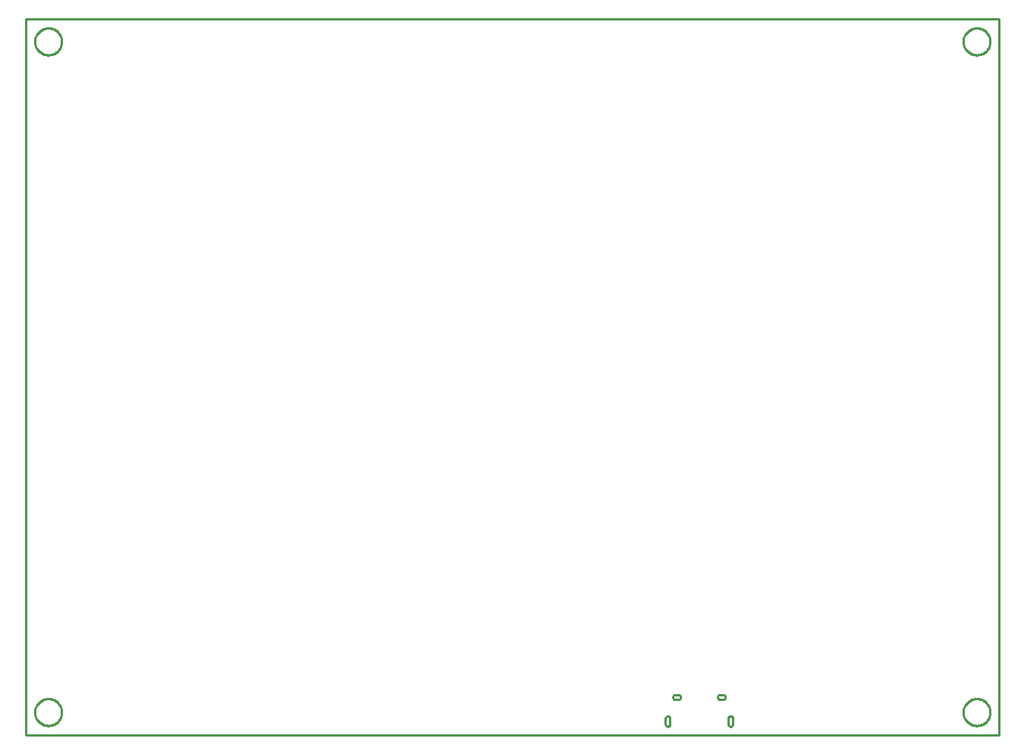
<source format=gbr>
G04 EAGLE Gerber RS-274X export*
G75*
%MOMM*%
%FSLAX34Y34*%
%LPD*%
%IN*%
%IPPOS*%
%AMOC8*
5,1,8,0,0,1.08239X$1,22.5*%
G01*
%ADD10C,0.254000*%


D10*
X0Y0D02*
X1086360Y0D01*
X1086360Y800000D01*
X0Y800000D01*
X0Y0D01*
X784340Y11990D02*
X784350Y11772D01*
X784378Y11556D01*
X784425Y11343D01*
X784491Y11135D01*
X784574Y10933D01*
X784675Y10740D01*
X784792Y10556D01*
X784925Y10383D01*
X785072Y10222D01*
X785233Y10075D01*
X785406Y9942D01*
X785590Y9825D01*
X785783Y9724D01*
X785985Y9641D01*
X786193Y9575D01*
X786406Y9528D01*
X786622Y9500D01*
X786840Y9490D01*
X787058Y9500D01*
X787274Y9528D01*
X787487Y9575D01*
X787695Y9641D01*
X787897Y9724D01*
X788090Y9825D01*
X788274Y9942D01*
X788447Y10075D01*
X788608Y10222D01*
X788755Y10383D01*
X788888Y10556D01*
X789005Y10740D01*
X789106Y10933D01*
X789189Y11135D01*
X789255Y11343D01*
X789302Y11556D01*
X789331Y11772D01*
X789340Y11990D01*
X789340Y18490D01*
X789331Y18708D01*
X789302Y18924D01*
X789255Y19137D01*
X789189Y19345D01*
X789106Y19547D01*
X789005Y19740D01*
X788888Y19924D01*
X788755Y20097D01*
X788608Y20258D01*
X788447Y20405D01*
X788274Y20538D01*
X788090Y20655D01*
X787897Y20756D01*
X787695Y20839D01*
X787487Y20905D01*
X787274Y20952D01*
X787058Y20981D01*
X786840Y20990D01*
X786622Y20981D01*
X786406Y20952D01*
X786193Y20905D01*
X785985Y20839D01*
X785783Y20756D01*
X785590Y20655D01*
X785406Y20538D01*
X785233Y20405D01*
X785072Y20258D01*
X784925Y20097D01*
X784792Y19924D01*
X784675Y19740D01*
X784574Y19547D01*
X784491Y19345D01*
X784425Y19137D01*
X784378Y18924D01*
X784350Y18708D01*
X784340Y18490D01*
X784340Y11990D01*
X714340Y11990D02*
X714350Y11772D01*
X714378Y11556D01*
X714425Y11343D01*
X714491Y11135D01*
X714574Y10933D01*
X714675Y10740D01*
X714792Y10556D01*
X714925Y10383D01*
X715072Y10222D01*
X715233Y10075D01*
X715406Y9942D01*
X715590Y9825D01*
X715783Y9724D01*
X715985Y9641D01*
X716193Y9575D01*
X716406Y9528D01*
X716622Y9500D01*
X716840Y9490D01*
X717058Y9500D01*
X717274Y9528D01*
X717487Y9575D01*
X717695Y9641D01*
X717897Y9724D01*
X718090Y9825D01*
X718274Y9942D01*
X718447Y10075D01*
X718608Y10222D01*
X718755Y10383D01*
X718888Y10556D01*
X719005Y10740D01*
X719106Y10933D01*
X719189Y11135D01*
X719255Y11343D01*
X719302Y11556D01*
X719331Y11772D01*
X719340Y11990D01*
X719340Y18490D01*
X719331Y18708D01*
X719302Y18924D01*
X719255Y19137D01*
X719189Y19345D01*
X719106Y19547D01*
X719005Y19740D01*
X718888Y19924D01*
X718755Y20097D01*
X718608Y20258D01*
X718447Y20405D01*
X718274Y20538D01*
X718090Y20655D01*
X717897Y20756D01*
X717695Y20839D01*
X717487Y20905D01*
X717274Y20952D01*
X717058Y20981D01*
X716840Y20990D01*
X716622Y20981D01*
X716406Y20952D01*
X716193Y20905D01*
X715985Y20839D01*
X715783Y20756D01*
X715590Y20655D01*
X715406Y20538D01*
X715233Y20405D01*
X715072Y20258D01*
X714925Y20097D01*
X714792Y19924D01*
X714675Y19740D01*
X714574Y19547D01*
X714491Y19345D01*
X714425Y19137D01*
X714378Y18924D01*
X714350Y18708D01*
X714340Y18490D01*
X714340Y11990D01*
X725340Y39490D02*
X728340Y39490D01*
X728580Y39500D01*
X728818Y39532D01*
X729052Y39584D01*
X729281Y39656D01*
X729502Y39748D01*
X729715Y39858D01*
X729917Y39987D01*
X730108Y40133D01*
X730285Y40295D01*
X730447Y40472D01*
X730593Y40663D01*
X730722Y40865D01*
X730832Y41078D01*
X730924Y41299D01*
X730996Y41528D01*
X731048Y41762D01*
X731080Y42000D01*
X731090Y42240D01*
X731080Y42480D01*
X731048Y42718D01*
X730996Y42952D01*
X730924Y43181D01*
X730832Y43402D01*
X730722Y43615D01*
X730593Y43817D01*
X730447Y44008D01*
X730285Y44185D01*
X730108Y44347D01*
X729917Y44493D01*
X729715Y44622D01*
X729502Y44732D01*
X729281Y44824D01*
X729052Y44896D01*
X728818Y44948D01*
X728580Y44980D01*
X728340Y44990D01*
X725340Y44990D01*
X725100Y44980D01*
X724862Y44948D01*
X724628Y44896D01*
X724399Y44824D01*
X724178Y44732D01*
X723965Y44622D01*
X723763Y44493D01*
X723572Y44347D01*
X723395Y44185D01*
X723233Y44008D01*
X723087Y43817D01*
X722958Y43615D01*
X722848Y43402D01*
X722756Y43181D01*
X722684Y42952D01*
X722632Y42718D01*
X722600Y42480D01*
X722590Y42240D01*
X722600Y42000D01*
X722632Y41762D01*
X722684Y41528D01*
X722756Y41299D01*
X722848Y41078D01*
X722958Y40865D01*
X723087Y40663D01*
X723233Y40472D01*
X723395Y40295D01*
X723572Y40133D01*
X723763Y39987D01*
X723965Y39858D01*
X724178Y39748D01*
X724399Y39656D01*
X724628Y39584D01*
X724862Y39532D01*
X725100Y39500D01*
X725340Y39490D01*
X775340Y39490D02*
X778340Y39490D01*
X778580Y39500D01*
X778818Y39532D01*
X779052Y39584D01*
X779281Y39656D01*
X779502Y39748D01*
X779715Y39858D01*
X779917Y39987D01*
X780108Y40133D01*
X780285Y40295D01*
X780447Y40472D01*
X780593Y40663D01*
X780722Y40865D01*
X780832Y41078D01*
X780924Y41299D01*
X780996Y41528D01*
X781048Y41762D01*
X781080Y42000D01*
X781090Y42240D01*
X781080Y42480D01*
X781048Y42718D01*
X780996Y42952D01*
X780924Y43181D01*
X780832Y43402D01*
X780722Y43615D01*
X780593Y43817D01*
X780447Y44008D01*
X780285Y44185D01*
X780108Y44347D01*
X779917Y44493D01*
X779715Y44622D01*
X779502Y44732D01*
X779281Y44824D01*
X779052Y44896D01*
X778818Y44948D01*
X778580Y44980D01*
X778340Y44990D01*
X775340Y44990D01*
X775100Y44980D01*
X774862Y44948D01*
X774628Y44896D01*
X774399Y44824D01*
X774178Y44732D01*
X773965Y44622D01*
X773763Y44493D01*
X773572Y44347D01*
X773395Y44185D01*
X773233Y44008D01*
X773087Y43817D01*
X772958Y43615D01*
X772848Y43402D01*
X772756Y43181D01*
X772684Y42952D01*
X772632Y42718D01*
X772600Y42480D01*
X772590Y42240D01*
X772600Y42000D01*
X772632Y41762D01*
X772684Y41528D01*
X772756Y41299D01*
X772848Y41078D01*
X772958Y40865D01*
X773087Y40663D01*
X773233Y40472D01*
X773395Y40295D01*
X773572Y40133D01*
X773763Y39987D01*
X773965Y39858D01*
X774178Y39748D01*
X774399Y39656D01*
X774628Y39584D01*
X774862Y39532D01*
X775100Y39500D01*
X775340Y39490D01*
X40400Y24864D02*
X40324Y23796D01*
X40171Y22735D01*
X39943Y21688D01*
X39641Y20660D01*
X39267Y19656D01*
X38822Y18681D01*
X38308Y17741D01*
X37729Y16840D01*
X37087Y15982D01*
X36385Y15172D01*
X35628Y14415D01*
X34818Y13713D01*
X33960Y13071D01*
X33059Y12492D01*
X32119Y11978D01*
X31144Y11533D01*
X30140Y11159D01*
X29112Y10857D01*
X28065Y10629D01*
X27004Y10476D01*
X25936Y10400D01*
X24864Y10400D01*
X23796Y10476D01*
X22735Y10629D01*
X21688Y10857D01*
X20660Y11159D01*
X19656Y11533D01*
X18681Y11978D01*
X17741Y12492D01*
X16840Y13071D01*
X15982Y13713D01*
X15172Y14415D01*
X14415Y15172D01*
X13713Y15982D01*
X13071Y16840D01*
X12492Y17741D01*
X11978Y18681D01*
X11533Y19656D01*
X11159Y20660D01*
X10857Y21688D01*
X10629Y22735D01*
X10476Y23796D01*
X10400Y24864D01*
X10400Y25936D01*
X10476Y27004D01*
X10629Y28065D01*
X10857Y29112D01*
X11159Y30140D01*
X11533Y31144D01*
X11978Y32119D01*
X12492Y33059D01*
X13071Y33960D01*
X13713Y34818D01*
X14415Y35628D01*
X15172Y36385D01*
X15982Y37087D01*
X16840Y37729D01*
X17741Y38308D01*
X18681Y38822D01*
X19656Y39267D01*
X20660Y39641D01*
X21688Y39943D01*
X22735Y40171D01*
X23796Y40324D01*
X24864Y40400D01*
X25936Y40400D01*
X27004Y40324D01*
X28065Y40171D01*
X29112Y39943D01*
X30140Y39641D01*
X31144Y39267D01*
X32119Y38822D01*
X33059Y38308D01*
X33960Y37729D01*
X34818Y37087D01*
X35628Y36385D01*
X36385Y35628D01*
X37087Y34818D01*
X37729Y33960D01*
X38308Y33059D01*
X38822Y32119D01*
X39267Y31144D01*
X39641Y30140D01*
X39943Y29112D01*
X40171Y28065D01*
X40324Y27004D01*
X40400Y25936D01*
X40400Y24864D01*
X40400Y774164D02*
X40324Y773096D01*
X40171Y772035D01*
X39943Y770988D01*
X39641Y769960D01*
X39267Y768956D01*
X38822Y767981D01*
X38308Y767041D01*
X37729Y766140D01*
X37087Y765282D01*
X36385Y764472D01*
X35628Y763715D01*
X34818Y763013D01*
X33960Y762371D01*
X33059Y761792D01*
X32119Y761278D01*
X31144Y760833D01*
X30140Y760459D01*
X29112Y760157D01*
X28065Y759929D01*
X27004Y759776D01*
X25936Y759700D01*
X24864Y759700D01*
X23796Y759776D01*
X22735Y759929D01*
X21688Y760157D01*
X20660Y760459D01*
X19656Y760833D01*
X18681Y761278D01*
X17741Y761792D01*
X16840Y762371D01*
X15982Y763013D01*
X15172Y763715D01*
X14415Y764472D01*
X13713Y765282D01*
X13071Y766140D01*
X12492Y767041D01*
X11978Y767981D01*
X11533Y768956D01*
X11159Y769960D01*
X10857Y770988D01*
X10629Y772035D01*
X10476Y773096D01*
X10400Y774164D01*
X10400Y775236D01*
X10476Y776304D01*
X10629Y777365D01*
X10857Y778412D01*
X11159Y779440D01*
X11533Y780444D01*
X11978Y781419D01*
X12492Y782359D01*
X13071Y783260D01*
X13713Y784118D01*
X14415Y784928D01*
X15172Y785685D01*
X15982Y786387D01*
X16840Y787029D01*
X17741Y787608D01*
X18681Y788122D01*
X19656Y788567D01*
X20660Y788941D01*
X21688Y789243D01*
X22735Y789471D01*
X23796Y789624D01*
X24864Y789700D01*
X25936Y789700D01*
X27004Y789624D01*
X28065Y789471D01*
X29112Y789243D01*
X30140Y788941D01*
X31144Y788567D01*
X32119Y788122D01*
X33059Y787608D01*
X33960Y787029D01*
X34818Y786387D01*
X35628Y785685D01*
X36385Y784928D01*
X37087Y784118D01*
X37729Y783260D01*
X38308Y782359D01*
X38822Y781419D01*
X39267Y780444D01*
X39641Y779440D01*
X39943Y778412D01*
X40171Y777365D01*
X40324Y776304D01*
X40400Y775236D01*
X40400Y774164D01*
X1076720Y774164D02*
X1076644Y773096D01*
X1076491Y772035D01*
X1076263Y770988D01*
X1075961Y769960D01*
X1075587Y768956D01*
X1075142Y767981D01*
X1074628Y767041D01*
X1074049Y766140D01*
X1073407Y765282D01*
X1072705Y764472D01*
X1071948Y763715D01*
X1071138Y763013D01*
X1070280Y762371D01*
X1069379Y761792D01*
X1068439Y761278D01*
X1067464Y760833D01*
X1066460Y760459D01*
X1065432Y760157D01*
X1064385Y759929D01*
X1063324Y759776D01*
X1062256Y759700D01*
X1061184Y759700D01*
X1060116Y759776D01*
X1059055Y759929D01*
X1058008Y760157D01*
X1056980Y760459D01*
X1055976Y760833D01*
X1055001Y761278D01*
X1054061Y761792D01*
X1053160Y762371D01*
X1052302Y763013D01*
X1051492Y763715D01*
X1050735Y764472D01*
X1050033Y765282D01*
X1049391Y766140D01*
X1048812Y767041D01*
X1048298Y767981D01*
X1047853Y768956D01*
X1047479Y769960D01*
X1047177Y770988D01*
X1046949Y772035D01*
X1046796Y773096D01*
X1046720Y774164D01*
X1046720Y775236D01*
X1046796Y776304D01*
X1046949Y777365D01*
X1047177Y778412D01*
X1047479Y779440D01*
X1047853Y780444D01*
X1048298Y781419D01*
X1048812Y782359D01*
X1049391Y783260D01*
X1050033Y784118D01*
X1050735Y784928D01*
X1051492Y785685D01*
X1052302Y786387D01*
X1053160Y787029D01*
X1054061Y787608D01*
X1055001Y788122D01*
X1055976Y788567D01*
X1056980Y788941D01*
X1058008Y789243D01*
X1059055Y789471D01*
X1060116Y789624D01*
X1061184Y789700D01*
X1062256Y789700D01*
X1063324Y789624D01*
X1064385Y789471D01*
X1065432Y789243D01*
X1066460Y788941D01*
X1067464Y788567D01*
X1068439Y788122D01*
X1069379Y787608D01*
X1070280Y787029D01*
X1071138Y786387D01*
X1071948Y785685D01*
X1072705Y784928D01*
X1073407Y784118D01*
X1074049Y783260D01*
X1074628Y782359D01*
X1075142Y781419D01*
X1075587Y780444D01*
X1075961Y779440D01*
X1076263Y778412D01*
X1076491Y777365D01*
X1076644Y776304D01*
X1076720Y775236D01*
X1076720Y774164D01*
X1076720Y24864D02*
X1076644Y23796D01*
X1076491Y22735D01*
X1076263Y21688D01*
X1075961Y20660D01*
X1075587Y19656D01*
X1075142Y18681D01*
X1074628Y17741D01*
X1074049Y16840D01*
X1073407Y15982D01*
X1072705Y15172D01*
X1071948Y14415D01*
X1071138Y13713D01*
X1070280Y13071D01*
X1069379Y12492D01*
X1068439Y11978D01*
X1067464Y11533D01*
X1066460Y11159D01*
X1065432Y10857D01*
X1064385Y10629D01*
X1063324Y10476D01*
X1062256Y10400D01*
X1061184Y10400D01*
X1060116Y10476D01*
X1059055Y10629D01*
X1058008Y10857D01*
X1056980Y11159D01*
X1055976Y11533D01*
X1055001Y11978D01*
X1054061Y12492D01*
X1053160Y13071D01*
X1052302Y13713D01*
X1051492Y14415D01*
X1050735Y15172D01*
X1050033Y15982D01*
X1049391Y16840D01*
X1048812Y17741D01*
X1048298Y18681D01*
X1047853Y19656D01*
X1047479Y20660D01*
X1047177Y21688D01*
X1046949Y22735D01*
X1046796Y23796D01*
X1046720Y24864D01*
X1046720Y25936D01*
X1046796Y27004D01*
X1046949Y28065D01*
X1047177Y29112D01*
X1047479Y30140D01*
X1047853Y31144D01*
X1048298Y32119D01*
X1048812Y33059D01*
X1049391Y33960D01*
X1050033Y34818D01*
X1050735Y35628D01*
X1051492Y36385D01*
X1052302Y37087D01*
X1053160Y37729D01*
X1054061Y38308D01*
X1055001Y38822D01*
X1055976Y39267D01*
X1056980Y39641D01*
X1058008Y39943D01*
X1059055Y40171D01*
X1060116Y40324D01*
X1061184Y40400D01*
X1062256Y40400D01*
X1063324Y40324D01*
X1064385Y40171D01*
X1065432Y39943D01*
X1066460Y39641D01*
X1067464Y39267D01*
X1068439Y38822D01*
X1069379Y38308D01*
X1070280Y37729D01*
X1071138Y37087D01*
X1071948Y36385D01*
X1072705Y35628D01*
X1073407Y34818D01*
X1074049Y33960D01*
X1074628Y33059D01*
X1075142Y32119D01*
X1075587Y31144D01*
X1075961Y30140D01*
X1076263Y29112D01*
X1076491Y28065D01*
X1076644Y27004D01*
X1076720Y25936D01*
X1076720Y24864D01*
M02*

</source>
